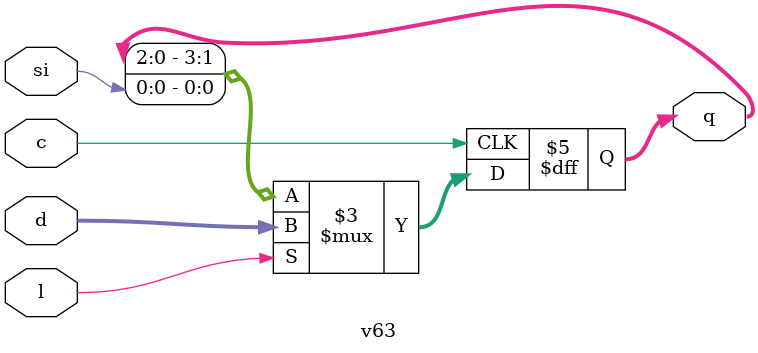
<source format=v>
module v63(c,si,d,l,q);
input c, si, l;
input[3:0] d;
output [3:0] q;
reg [3:0] q;
always @(posedge c)
if(l) q = d;
else {q} = {q[2:0], si};
endmodule
</source>
